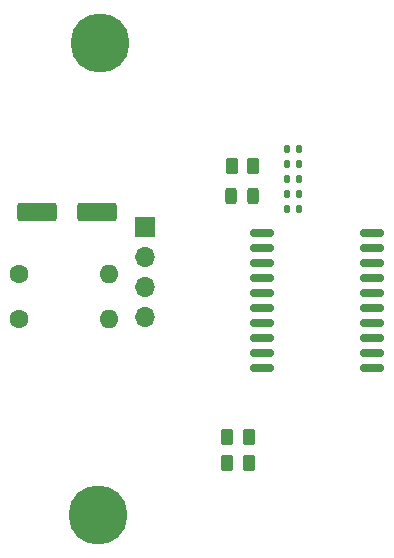
<source format=gbr>
%TF.GenerationSoftware,KiCad,Pcbnew,6.0.1*%
%TF.CreationDate,2022-02-27T14:03:47-05:00*%
%TF.ProjectId,jetta-dash,6a657474-612d-4646-9173-682e6b696361,rev?*%
%TF.SameCoordinates,Original*%
%TF.FileFunction,Soldermask,Bot*%
%TF.FilePolarity,Negative*%
%FSLAX46Y46*%
G04 Gerber Fmt 4.6, Leading zero omitted, Abs format (unit mm)*
G04 Created by KiCad (PCBNEW 6.0.1) date 2022-02-27 14:03:47*
%MOMM*%
%LPD*%
G01*
G04 APERTURE LIST*
G04 Aperture macros list*
%AMRoundRect*
0 Rectangle with rounded corners*
0 $1 Rounding radius*
0 $2 $3 $4 $5 $6 $7 $8 $9 X,Y pos of 4 corners*
0 Add a 4 corners polygon primitive as box body*
4,1,4,$2,$3,$4,$5,$6,$7,$8,$9,$2,$3,0*
0 Add four circle primitives for the rounded corners*
1,1,$1+$1,$2,$3*
1,1,$1+$1,$4,$5*
1,1,$1+$1,$6,$7*
1,1,$1+$1,$8,$9*
0 Add four rect primitives between the rounded corners*
20,1,$1+$1,$2,$3,$4,$5,0*
20,1,$1+$1,$4,$5,$6,$7,0*
20,1,$1+$1,$6,$7,$8,$9,0*
20,1,$1+$1,$8,$9,$2,$3,0*%
G04 Aperture macros list end*
%ADD10C,5.000000*%
%ADD11RoundRect,0.250000X-0.262500X-0.450000X0.262500X-0.450000X0.262500X0.450000X-0.262500X0.450000X0*%
%ADD12RoundRect,0.243750X-0.243750X-0.456250X0.243750X-0.456250X0.243750X0.456250X-0.243750X0.456250X0*%
%ADD13RoundRect,0.135000X-0.135000X-0.185000X0.135000X-0.185000X0.135000X0.185000X-0.135000X0.185000X0*%
%ADD14RoundRect,0.150000X0.875000X0.150000X-0.875000X0.150000X-0.875000X-0.150000X0.875000X-0.150000X0*%
%ADD15R,1.700000X1.700000*%
%ADD16O,1.700000X1.700000*%
%ADD17C,1.600000*%
%ADD18O,1.600000X1.600000*%
%ADD19RoundRect,0.250000X-1.412500X-0.550000X1.412500X-0.550000X1.412500X0.550000X-1.412500X0.550000X0*%
G04 APERTURE END LIST*
D10*
%TO.C,mount2*%
X147193000Y-129921000D03*
%TD*%
%TO.C,mount1*%
X147320000Y-89916000D03*
%TD*%
D11*
%TO.C,R30*%
X158472500Y-100330000D03*
X160297500Y-100330000D03*
%TD*%
D12*
%TO.C,D30*%
X158447500Y-102870000D03*
X160322500Y-102870000D03*
%TD*%
D13*
%TO.C,R4*%
X163193000Y-102743000D03*
X164213000Y-102743000D03*
%TD*%
%TO.C,R2*%
X163193000Y-100203000D03*
X164213000Y-100203000D03*
%TD*%
%TO.C,R3*%
X163193000Y-101473000D03*
X164213000Y-101473000D03*
%TD*%
%TO.C,R1*%
X163193000Y-98933000D03*
X164213000Y-98933000D03*
%TD*%
%TO.C,R5*%
X163193000Y-104013000D03*
X164213000Y-104013000D03*
%TD*%
D14*
%TO.C,U1*%
X170385000Y-106045000D03*
X170385000Y-107315000D03*
X170385000Y-108585000D03*
X170385000Y-109855000D03*
X170385000Y-111125000D03*
X170385000Y-112395000D03*
X170385000Y-113665000D03*
X170385000Y-114935000D03*
X170385000Y-116205000D03*
X170385000Y-117475000D03*
X161085000Y-117475000D03*
X161085000Y-116205000D03*
X161085000Y-114935000D03*
X161085000Y-113665000D03*
X161085000Y-112395000D03*
X161085000Y-111125000D03*
X161085000Y-109855000D03*
X161085000Y-108585000D03*
X161085000Y-107315000D03*
X161085000Y-106045000D03*
%TD*%
D15*
%TO.C,J1*%
X151130000Y-105547000D03*
D16*
X151130000Y-108087000D03*
X151130000Y-110627000D03*
X151130000Y-113167000D03*
%TD*%
D17*
%TO.C,R31*%
X140462000Y-109474000D03*
D18*
X148082000Y-109474000D03*
%TD*%
D17*
%TO.C,R32*%
X140462000Y-113284000D03*
D18*
X148082000Y-113284000D03*
%TD*%
D11*
%TO.C,R23*%
X158091500Y-123317000D03*
X159916500Y-123317000D03*
%TD*%
%TO.C,R24*%
X158091500Y-125476000D03*
X159916500Y-125476000D03*
%TD*%
D19*
%TO.C,C10*%
X141988500Y-104267000D03*
X147063500Y-104267000D03*
%TD*%
M02*

</source>
